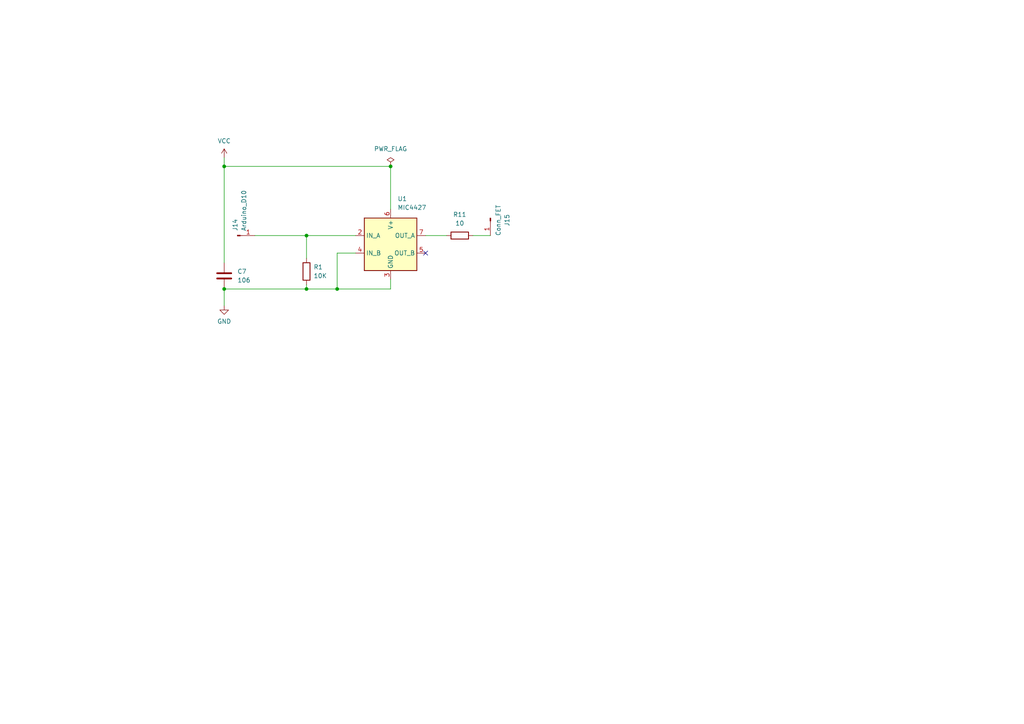
<source format=kicad_sch>
(kicad_sch (version 20211123) (generator eeschema)
  (paper "A4")
  (lib_symbols
    (symbol "Connector:Conn_01x01_Male" (pin_names (offset 1.016) hide)
      (property "Reference" "J" (at 0 2.54 0))
      (property "Value" "Conn_01x01_Male" (at 0 -2.54 0))
      (symbol "Conn_01x01_Male_1_1"
        (polyline (pts (xy 1.27 0) (xy 0.8636 0)) (stroke (width 0.1524)))
        (rectangle (start 0.8636 0.127) (end 0 -0.127) (stroke (width 0.1524)) (fill (type outline)))
        (pin passive line (at 5.08 0 180) (length 3.81) (name "Pin_1") (number "1"))
      )
    )
    (symbol "Device:C" (pin_numbers hide) (pin_names (offset 0.254))
      (property "Reference" "C" (at 0.635 2.54 0))
      (property "Value" "C" (at 0.635 -2.54 0))
      (symbol "C_0_1"
        (polyline (pts (xy -2.032 -0.762) (xy 2.032 -0.762)) (stroke (width 0.508)))
        (polyline (pts (xy -2.032 0.762) (xy 2.032 0.762)) (stroke (width 0.508)))
      )
      (symbol "C_1_1"
        (pin passive line (at 0 3.81 270) (length 2.794) (name "~") (number "1"))
        (pin passive line (at 0 -3.81 90) (length 2.794) (name "~") (number "2"))
      )
    )
    (symbol "Device:R" (pin_numbers hide) (pin_names (offset 0))
      (property "Reference" "R" (at 2.032 0 90))
      (property "Value" "R" (at 0 0 90))
      (symbol "R_0_1"
        (rectangle (start -1.016 -2.54) (end 1.016 2.54) (stroke (width 0.254)))
      )
      (symbol "R_1_1"
        (pin passive line (at 0 3.81 270) (length 1.27) (name "~") (number "1"))
        (pin passive line (at 0 -3.81 90) (length 1.27) (name "~") (number "2"))
      )
    )
    (symbol "Driver_FET:MIC4427"
      (property "Reference" "U" (at -7.62 8.89 0))
      (property "Value" "MIC4427" (at 1.27 8.89 0))
      (symbol "MIC4427_0_1"
        (rectangle (start -7.62 -7.62) (end 7.62 7.62) (stroke (width 0.254)) (fill (type background)))
      )
      (symbol "MIC4427_1_1"
        (pin no_connect line (at -7.62 0 0) (length 2.54) hide (name "NC") (number "1"))
        (pin input line (at -10.16 2.54 0) (length 2.54) (name "IN_A") (number "2"))
        (pin power_in line (at 0 -10.16 90) (length 2.54) (name "GND") (number "3"))
        (pin input line (at -10.16 -2.54 0) (length 2.54) (name "IN_B") (number "4"))
        (pin output line (at 10.16 -2.54 180) (length 2.54) (name "OUT_B") (number "5"))
        (pin power_in line (at 0 10.16 270) (length 2.54) (name "V+") (number "6"))
        (pin output line (at 10.16 2.54 180) (length 2.54) (name "OUT_A") (number "7"))
        (pin no_connect line (at 7.62 0 180) (length 2.54) hide (name "NC") (number "8"))
      )
    )
    (symbol "power:GND" (power) (pin_names (offset 0))
      (property "Value" "GND" (at 0 -3.81 0))
      (symbol "GND_0_1"
        (polyline (pts (xy 0 0) (xy 0 -1.27) (xy 1.27 -1.27) (xy 0 -2.54) (xy -1.27 -1.27) (xy 0 -1.27)))
      )
      (symbol "GND_1_1"
        (pin power_in line (at 0 0 270) (length 0) hide (name "GND") (number "1"))
      )
    )
    (symbol "power:PWR_FLAG" (power) (pin_numbers hide) (pin_names (offset 0) hide)
      (property "Value" "PWR_FLAG" (at 0 3.81 0))
      (symbol "PWR_FLAG_0_0"
        (pin power_out line (at 0 0 90) (length 0) (name "pwr") (number "1"))
      )
      (symbol "PWR_FLAG_0_1"
        (polyline (pts (xy 0 0) (xy 0 1.27) (xy -1.016 1.905) (xy 0 2.54) (xy 1.016 1.905) (xy 0 1.27)))
      )
    )
    (symbol "power:VCC" (power) (pin_names (offset 0))
      (property "Value" "VCC" (at 0 3.81 0))
      (symbol "VCC_0_1"
        (polyline (pts (xy -0.762 1.27) (xy 0 2.54)))
        (polyline (pts (xy 0 0) (xy 0 2.54)))
        (polyline (pts (xy 0 2.54) (xy 0.762 1.27)))
      )
      (symbol "VCC_1_1"
        (pin power_in line (at 0 0 90) (length 0) hide (name "VCC") (number "1"))
      )
    )
  )
  (junction (at 65.024 48.26))
  (junction (at 97.79 83.82))
  (junction (at 88.9 68.326))
  (junction (at 113.284 48.26))
  (junction (at 65.024 83.82))
  (junction (at 88.9 83.82))
  (no_connect (at 123.444 73.406))
  (wire (pts (xy 113.284 81.026) (xy 113.284 83.82)))
  (wire (pts (xy 88.9 74.93) (xy 88.9 68.326)))
  (wire (pts (xy 97.79 73.406) (xy 97.79 83.82)))
  (wire (pts (xy 65.024 83.82) (xy 65.024 88.646)))
  (wire (pts (xy 88.9 82.55) (xy 88.9 83.82)))
  (wire (pts (xy 103.124 73.406) (xy 97.79 73.406)))
  (wire (pts (xy 113.284 48.26) (xy 113.284 60.706)))
  (wire (pts (xy 88.9 83.82) (xy 97.79 83.82)))
  (wire (pts (xy 65.024 48.26) (xy 113.284 48.26)))
  (wire (pts (xy 137.16 68.326) (xy 142.24 68.326)))
  (wire (pts (xy 97.79 83.82) (xy 113.284 83.82)))
  (wire (pts (xy 73.914 68.326) (xy 88.9 68.326)))
  (wire (pts (xy 65.024 83.82) (xy 88.9 83.82)))
  (wire (pts (xy 88.9 68.326) (xy 103.124 68.326)))
  (wire (pts (xy 65.024 45.72) (xy 65.024 48.26)))
  (wire (pts (xy 123.444 68.326) (xy 129.54 68.326)))
  (wire (pts (xy 65.024 48.26) (xy 65.024 76.2)))
  (symbol (lib_id "Device:R") (at 133.35 68.326 270) (unit 1)
    (property "Reference" "R11" (at 133.35 62.23 90))
    (property "Value" "10" (at 133.35 64.77 90))
    (property "Footprint" "Resistor_THT:R_Axial_DIN0207_L6.3mm_D2.5mm_P10.16mm_Horizontal" (effects hide))
  )
  (symbol (lib_id "Device:R") (at 88.9 78.74 180) (unit 1)
    (property "Reference" "R1" (at 90.932 77.4699 0) (effects (justify right)))
    (property "Value" "10K" (at 90.932 80.0099 0) (effects (justify right)))
    (property "Footprint" "Resistor_THT:R_Axial_DIN0207_L6.3mm_D2.5mm_P10.16mm_Horizontal" (effects hide))
  )
  (symbol (lib_id "power:VCC") (at 65.024 45.72 0) (unit 1)
    (property "Reference" "#PWR012" (effects hide))
    (property "Value" "VCC" (at 65.024 40.894 0))
  )
  (symbol (lib_id "Connector:Conn_01x01_Male") (at 142.24 63.246 270) (unit 1)
    (property "Reference" "J15" (at 147.066 63.881 0))
    (property "Value" "Conn_FET" (at 144.526 63.881 0))
    (property "Footprint" "Connector_PinHeader_2.54mm:PinHeader_1x01_P2.54mm_Vertical" (effects hide))
  )
  (symbol (lib_id "Connector:Conn_01x01_Male") (at 68.834 68.326 0) (unit 1)
    (property "Reference" "J14" (at 68.1989 67.056 90) (effects (justify left)))
    (property "Value" "Arduino_D10" (at 70.7389 67.056 90) (effects (justify left)))
    (property "Footprint" "Connector_PinHeader_2.54mm:PinHeader_1x01_P2.54mm_Vertical" (effects hide))
  )
  (symbol (lib_id "power:GND") (at 65.024 88.646 0) (unit 1)
    (property "Reference" "#PWR013" (effects hide))
    (property "Value" "GND" (at 65.024 93.218 0))
  )
  (symbol (lib_id "Driver_FET:MIC4427") (at 113.284 70.866 0) (unit 1)
    (property "Reference" "U1" (at 115.3034 57.658 0) (effects (justify left)))
    (property "Value" "MIC4427" (at 115.3034 60.198 0) (effects (justify left)))
    (property "Datasheet" "http://ww1.microchip.com/downloads/en/DeviceDoc/mic4426.pdf" (effects hide))
  )
  (symbol (lib_id "Device:C") (at 65.024 80.01 0) (unit 1)
    (property "Reference" "C7" (at 68.834 78.7399 0) (effects (justify left)))
    (property "Value" "106" (at 68.834 81.2799 0) (effects (justify left)))
    (property "Footprint" "Capacitor_THT:C_Radial_D5.0mm_H5.0mm_P2.00mm" (effects hide))
  )
  (symbol (lib_id "power:PWR_FLAG") (at 113.284 48.26 0) (unit 1)
    (property "Reference" "#FLG0101" (effects hide))
    (property "Value" "PWR_FLAG" (at 113.284 43.18 0))
  )
)
</source>
